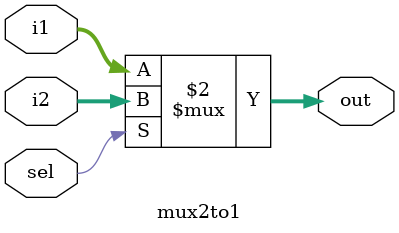
<source format=v>
`timescale 1ns/1ps
module mux2to1(out, sel, i1, i2);
input [15:0] i1,i2; 
input sel;
output [15:0] out;
assign out = (sel==0)?i1:i2;
endmodule


</source>
